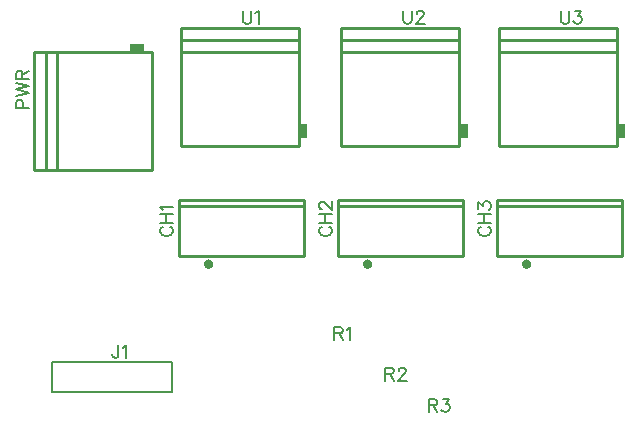
<source format=gto>
G04 Layer: TopSilkLayer*
G04 EasyEDA v6.4.20.6, 2021-07-12T14:55:30+02:00*
G04 d0fccb6582e04fcdb478b3de06c523d3,74a9197d99fe486e8768ab895f0c19fe,10*
G04 Gerber Generator version 0.2*
G04 Scale: 100 percent, Rotated: No, Reflected: No *
G04 Dimensions in millimeters *
G04 leading zeros omitted , absolute positions ,4 integer and 5 decimal *
%FSLAX45Y45*%
%MOMM*%

%ADD10C,0.2540*%
%ADD13C,0.2032*%
%ADD19C,0.2030*%
%ADD20C,0.4000*%
%ADD21C,0.1524*%

%LPD*%
D21*
X1980691Y-11110721D02*
G01*
X1970277Y-11116055D01*
X1959863Y-11126470D01*
X1954784Y-11136629D01*
X1954784Y-11157458D01*
X1959863Y-11167871D01*
X1970277Y-11178286D01*
X1980691Y-11183620D01*
X1996440Y-11188700D01*
X2022347Y-11188700D01*
X2037841Y-11183620D01*
X2048256Y-11178286D01*
X2058670Y-11167871D01*
X2063750Y-11157458D01*
X2063750Y-11136629D01*
X2058670Y-11126470D01*
X2048256Y-11116055D01*
X2037841Y-11110721D01*
X1954784Y-11076431D02*
G01*
X2063750Y-11076431D01*
X1954784Y-11003787D02*
G01*
X2063750Y-11003787D01*
X2006600Y-11076431D02*
G01*
X2006600Y-11003787D01*
X1975611Y-10969497D02*
G01*
X1970277Y-10959084D01*
X1954784Y-10943589D01*
X2063750Y-10943589D01*
X3326891Y-11110721D02*
G01*
X3316477Y-11116055D01*
X3306063Y-11126470D01*
X3300984Y-11136629D01*
X3300984Y-11157458D01*
X3306063Y-11167871D01*
X3316477Y-11178286D01*
X3326891Y-11183620D01*
X3342640Y-11188700D01*
X3368547Y-11188700D01*
X3384041Y-11183620D01*
X3394456Y-11178286D01*
X3404870Y-11167871D01*
X3409950Y-11157458D01*
X3409950Y-11136629D01*
X3404870Y-11126470D01*
X3394456Y-11116055D01*
X3384041Y-11110721D01*
X3300984Y-11076431D02*
G01*
X3409950Y-11076431D01*
X3300984Y-11003787D02*
G01*
X3409950Y-11003787D01*
X3352800Y-11076431D02*
G01*
X3352800Y-11003787D01*
X3326891Y-10964163D02*
G01*
X3321811Y-10964163D01*
X3311397Y-10959084D01*
X3306063Y-10953750D01*
X3300984Y-10943589D01*
X3300984Y-10922762D01*
X3306063Y-10912347D01*
X3311397Y-10907013D01*
X3321811Y-10901934D01*
X3332225Y-10901934D01*
X3342640Y-10907013D01*
X3358134Y-10917428D01*
X3409950Y-10969497D01*
X3409950Y-10896600D01*
X4673091Y-11110721D02*
G01*
X4662677Y-11116055D01*
X4652263Y-11126470D01*
X4647184Y-11136629D01*
X4647184Y-11157458D01*
X4652263Y-11167871D01*
X4662677Y-11178286D01*
X4673091Y-11183620D01*
X4688840Y-11188700D01*
X4714747Y-11188700D01*
X4730241Y-11183620D01*
X4740656Y-11178286D01*
X4751070Y-11167871D01*
X4756150Y-11157458D01*
X4756150Y-11136629D01*
X4751070Y-11126470D01*
X4740656Y-11116055D01*
X4730241Y-11110721D01*
X4647184Y-11076431D02*
G01*
X4756150Y-11076431D01*
X4647184Y-11003787D02*
G01*
X4756150Y-11003787D01*
X4699000Y-11076431D02*
G01*
X4699000Y-11003787D01*
X4647184Y-10959084D02*
G01*
X4647184Y-10901934D01*
X4688840Y-10933176D01*
X4688840Y-10917428D01*
X4693920Y-10907013D01*
X4699000Y-10901934D01*
X4714747Y-10896600D01*
X4725161Y-10896600D01*
X4740656Y-10901934D01*
X4751070Y-10912347D01*
X4756150Y-10927842D01*
X4756150Y-10943589D01*
X4751070Y-10959084D01*
X4745990Y-10964163D01*
X4735575Y-10969497D01*
X3429000Y-11962384D02*
G01*
X3429000Y-12071350D01*
X3429000Y-11962384D02*
G01*
X3475736Y-11962384D01*
X3491229Y-11967463D01*
X3496563Y-11972797D01*
X3501643Y-11983212D01*
X3501643Y-11993626D01*
X3496563Y-12004039D01*
X3491229Y-12009120D01*
X3475736Y-12014200D01*
X3429000Y-12014200D01*
X3465322Y-12014200D02*
G01*
X3501643Y-12071350D01*
X3535934Y-11983212D02*
G01*
X3546347Y-11977878D01*
X3562095Y-11962384D01*
X3562095Y-12071350D01*
X3860800Y-12305284D02*
G01*
X3860800Y-12414250D01*
X3860800Y-12305284D02*
G01*
X3907536Y-12305284D01*
X3923029Y-12310363D01*
X3928363Y-12315697D01*
X3933443Y-12326112D01*
X3933443Y-12336526D01*
X3928363Y-12346939D01*
X3923029Y-12352020D01*
X3907536Y-12357100D01*
X3860800Y-12357100D01*
X3897122Y-12357100D02*
G01*
X3933443Y-12414250D01*
X3973068Y-12331192D02*
G01*
X3973068Y-12326112D01*
X3978147Y-12315697D01*
X3983481Y-12310363D01*
X3993895Y-12305284D01*
X4014470Y-12305284D01*
X4024884Y-12310363D01*
X4030218Y-12315697D01*
X4035297Y-12326112D01*
X4035297Y-12336526D01*
X4030218Y-12346939D01*
X4019804Y-12362434D01*
X3967734Y-12414250D01*
X4040631Y-12414250D01*
X4229100Y-12571984D02*
G01*
X4229100Y-12680950D01*
X4229100Y-12571984D02*
G01*
X4275836Y-12571984D01*
X4291329Y-12577063D01*
X4296663Y-12582397D01*
X4301743Y-12592812D01*
X4301743Y-12603226D01*
X4296663Y-12613639D01*
X4291329Y-12618720D01*
X4275836Y-12623800D01*
X4229100Y-12623800D01*
X4265422Y-12623800D02*
G01*
X4301743Y-12680950D01*
X4346447Y-12571984D02*
G01*
X4403597Y-12571984D01*
X4372609Y-12613639D01*
X4388104Y-12613639D01*
X4398518Y-12618720D01*
X4403597Y-12623800D01*
X4408931Y-12639547D01*
X4408931Y-12649962D01*
X4403597Y-12665455D01*
X4393184Y-12675870D01*
X4377690Y-12680950D01*
X4362195Y-12680950D01*
X4346447Y-12675870D01*
X4341368Y-12670789D01*
X4336034Y-12660376D01*
X735584Y-10109200D02*
G01*
X844550Y-10109200D01*
X735584Y-10109200D02*
G01*
X735584Y-10062463D01*
X740663Y-10046970D01*
X745997Y-10041636D01*
X756412Y-10036555D01*
X771905Y-10036555D01*
X782320Y-10041636D01*
X787400Y-10046970D01*
X792734Y-10062463D01*
X792734Y-10109200D01*
X735584Y-10002265D02*
G01*
X844550Y-9976104D01*
X735584Y-9950195D02*
G01*
X844550Y-9976104D01*
X735584Y-9950195D02*
G01*
X844550Y-9924287D01*
X735584Y-9898379D02*
G01*
X844550Y-9924287D01*
X735584Y-9864089D02*
G01*
X844550Y-9864089D01*
X735584Y-9864089D02*
G01*
X735584Y-9817100D01*
X740663Y-9801605D01*
X745997Y-9796526D01*
X756412Y-9791192D01*
X766826Y-9791192D01*
X777239Y-9796526D01*
X782320Y-9801605D01*
X787400Y-9817100D01*
X787400Y-9864089D01*
X787400Y-9827513D02*
G01*
X844550Y-9791192D01*
X5346700Y-9282684D02*
G01*
X5346700Y-9360662D01*
X5351779Y-9376155D01*
X5362193Y-9386570D01*
X5377941Y-9391650D01*
X5388356Y-9391650D01*
X5403850Y-9386570D01*
X5414263Y-9376155D01*
X5419343Y-9360662D01*
X5419343Y-9282684D01*
X5464047Y-9282684D02*
G01*
X5521197Y-9282684D01*
X5490209Y-9324339D01*
X5505704Y-9324339D01*
X5516118Y-9329420D01*
X5521197Y-9334500D01*
X5526531Y-9350247D01*
X5526531Y-9360662D01*
X5521197Y-9376155D01*
X5510784Y-9386570D01*
X5495290Y-9391650D01*
X5479795Y-9391650D01*
X5464047Y-9386570D01*
X5458968Y-9381489D01*
X5453634Y-9371076D01*
X4013200Y-9282684D02*
G01*
X4013200Y-9360662D01*
X4018279Y-9376155D01*
X4028693Y-9386570D01*
X4044441Y-9391650D01*
X4054856Y-9391650D01*
X4070350Y-9386570D01*
X4080763Y-9376155D01*
X4085843Y-9360662D01*
X4085843Y-9282684D01*
X4125468Y-9308592D02*
G01*
X4125468Y-9303512D01*
X4130547Y-9293097D01*
X4135881Y-9287763D01*
X4146295Y-9282684D01*
X4166870Y-9282684D01*
X4177284Y-9287763D01*
X4182618Y-9293097D01*
X4187697Y-9303512D01*
X4187697Y-9313926D01*
X4182618Y-9324339D01*
X4172204Y-9339834D01*
X4120134Y-9391650D01*
X4193031Y-9391650D01*
X2654300Y-9282684D02*
G01*
X2654300Y-9360662D01*
X2659379Y-9376155D01*
X2669793Y-9386570D01*
X2685541Y-9391650D01*
X2695956Y-9391650D01*
X2711450Y-9386570D01*
X2721863Y-9376155D01*
X2726943Y-9360662D01*
X2726943Y-9282684D01*
X2761234Y-9303512D02*
G01*
X2771647Y-9298178D01*
X2787395Y-9282684D01*
X2787395Y-9391650D01*
X1601470Y-12114784D02*
G01*
X1601470Y-12197842D01*
X1596136Y-12213589D01*
X1591055Y-12218670D01*
X1580642Y-12223750D01*
X1570228Y-12223750D01*
X1559813Y-12218670D01*
X1554479Y-12213589D01*
X1549400Y-12197842D01*
X1549400Y-12187428D01*
X1635760Y-12135612D02*
G01*
X1645920Y-12130278D01*
X1661668Y-12114784D01*
X1661668Y-12223750D01*
G36*
X1695246Y-9562084D02*
G01*
X1695246Y-9622078D01*
X1815236Y-9622078D01*
X1815236Y-9562084D01*
G37*
G36*
X5833821Y-10242346D02*
G01*
X5833821Y-10362336D01*
X5893816Y-10362336D01*
X5893816Y-10242346D01*
G37*
G36*
X4500321Y-10242346D02*
G01*
X4500321Y-10362336D01*
X4560316Y-10362336D01*
X4560316Y-10242346D01*
G37*
G36*
X3141421Y-10242346D02*
G01*
X3141421Y-10362336D01*
X3201416Y-10362336D01*
X3201416Y-10242346D01*
G37*
D10*
X2111603Y-10883290D02*
G01*
X3171596Y-10883290D01*
X3171596Y-11363299D01*
X2111603Y-11363299D01*
X2111603Y-10883290D01*
X3171596Y-10933303D02*
G01*
X2111603Y-10933303D01*
X3457803Y-10883290D02*
G01*
X4517796Y-10883290D01*
X4517796Y-11363299D01*
X3457803Y-11363299D01*
X3457803Y-10883290D01*
X4517796Y-10933303D02*
G01*
X3457803Y-10933303D01*
X4804003Y-10883290D02*
G01*
X5863996Y-10883290D01*
X5863996Y-11363299D01*
X4804003Y-11363299D01*
X4804003Y-10883290D01*
X5863996Y-10933303D02*
G01*
X4804003Y-10933303D01*
X883894Y-10634599D02*
G01*
X883894Y-9634601D01*
X1883892Y-9634601D01*
X1883892Y-10634599D01*
X883894Y-10634599D01*
X984300Y-10634599D02*
G01*
X984300Y-9634601D01*
X1084300Y-9634601D01*
X1084300Y-10634599D01*
X984300Y-10634599D01*
X4821300Y-9430994D02*
G01*
X5821299Y-9430994D01*
X5821299Y-10430992D01*
X4821300Y-10430992D01*
X4821300Y-9430994D01*
X4821300Y-9531400D02*
G01*
X5821299Y-9531400D01*
X5821299Y-9631400D01*
X4821300Y-9631400D01*
X4821300Y-9531400D01*
X3487800Y-9430994D02*
G01*
X4487799Y-9430994D01*
X4487799Y-10430992D01*
X3487800Y-10430992D01*
X3487800Y-9430994D01*
X3487800Y-9531400D02*
G01*
X4487799Y-9531400D01*
X4487799Y-9631400D01*
X3487800Y-9631400D01*
X3487800Y-9531400D01*
X2128900Y-9430994D02*
G01*
X3128899Y-9430994D01*
X3128899Y-10430992D01*
X2128900Y-10430992D01*
X2128900Y-9430994D01*
X2128900Y-9531400D02*
G01*
X3128899Y-9531400D01*
X3128899Y-9631400D01*
X2128900Y-9631400D01*
X2128900Y-9531400D01*
D13*
X2057400Y-12255500D02*
G01*
X2057400Y-12509500D01*
X1041400Y-12509500D01*
X1041400Y-12255500D01*
X1231900Y-12255500D01*
D19*
X2057400Y-12255500D02*
G01*
X1231900Y-12255500D01*
D20*
G75*
G01*
X2364740Y-11409680D02*
G03*
X2364994Y-11409680I127J-20000D01*
G75*
G01*
X3710940Y-11409680D02*
G03*
X3711194Y-11409680I127J-20000D01*
G75*
G01*
X5057140Y-11409680D02*
G03*
X5057394Y-11409680I127J-20000D01*
M02*

</source>
